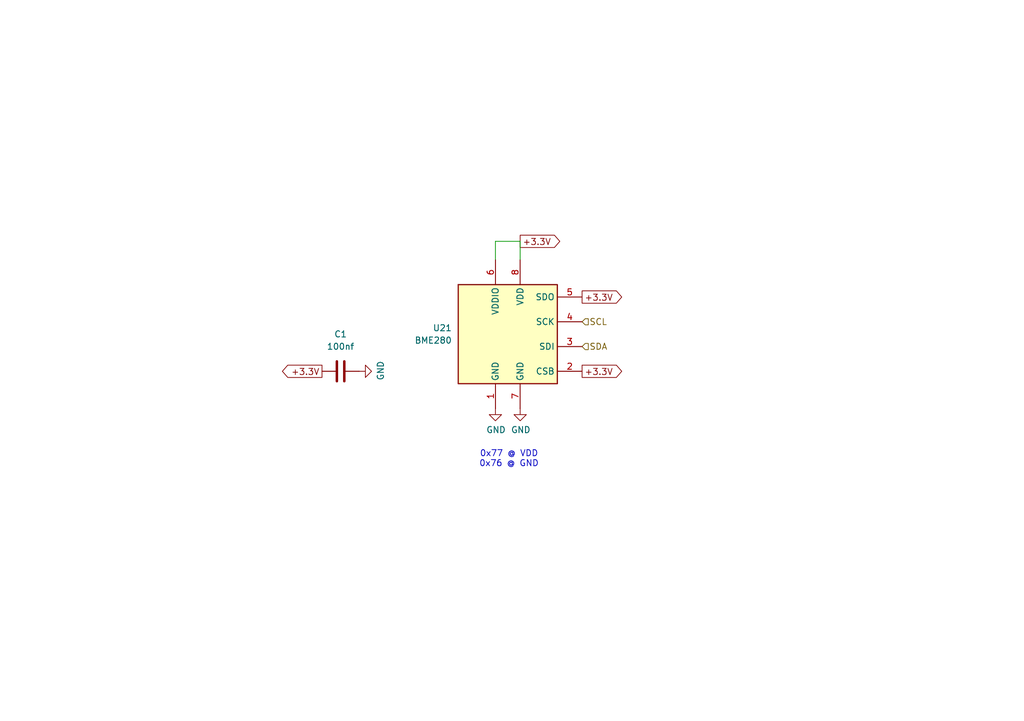
<source format=kicad_sch>
(kicad_sch (version 20250114) (generator "eeschema") (generator_version "9.0")
  (paper "A5")
  (lib_symbols
    (symbol "Device:C" (pin_numbers (hide yes)) (pin_names (offset 0.254))
      (property "Reference" "C" (at 0.635 2.54 0))
      (property "Value" "C" (at 0.635 -2.54 0))
      (symbol "C_0_1"
        (polyline (pts (xy -2.032 0.762) (xy 2.032 0.762)) (stroke (width 0.508)))
        (polyline (pts (xy -2.032 -0.762) (xy 2.032 -0.762)) (stroke (width 0.508)))
      )
      (symbol "C_1_1"
        (pin passive line (at 0 3.81 270) (length 2.794) (name "~") (number "1"))
        (pin passive line (at 0 -3.81 90) (length 2.794) (name "~") (number "2"))
      )
    )
    (symbol "Sensor:BME280"
      (property "Reference" "U" (at -8.89 11.43 0))
      (property "Value" "BME280" (at 7.62 11.43 0))
      (symbol "BME280_0_1"
        (rectangle (start -10.16 10.16) (end 10.16 -10.16) (stroke (width 0.254)) (fill (type background)))
      )
      (symbol "BME280_1_1"
        (pin power_in line (at -2.54 15.24 270) (length 5.08) (name "VDDIO") (number "6"))
        (pin power_in line (at -2.54 -15.24 90) (length 5.08) (name "GND") (number "1"))
        (pin power_in line (at 2.54 15.24 270) (length 5.08) (name "VDD") (number "8"))
        (pin power_in line (at 2.54 -15.24 90) (length 5.08) (name "GND") (number "7"))
        (pin bidirectional line (at 15.24 7.62 180) (length 5.08) (name "SDO") (number "5"))
        (pin input line (at 15.24 2.54 180) (length 5.08) (name "SCK") (number "4"))
        (pin bidirectional line (at 15.24 -2.54 180) (length 5.08) (name "SDI") (number "3"))
        (pin input line (at 15.24 -7.62 180) (length 5.08) (name "CSB") (number "2"))
      )
    )
    (symbol "power:GND" (power) (pin_numbers (hide yes)) (pin_names (offset 0) (hide yes))
      (property "Value" "GND" (at 0 -3.81 0))
      (symbol "GND_0_1"
        (polyline (pts (xy 0 0) (xy 0 -1.27) (xy 1.27 -1.27) (xy 0 -2.54) (xy -1.27 -1.27) (xy 0 -1.27)))
      )
      (symbol "GND_1_1"
        (pin power_in line (at 0 0 270) (length 0) (name "~") (number "1"))
      )
    )
  )
  (text "0x77 @ VDD\n0x76 @ GND\n" (at 104.394 94.234 0) (effects (font (size 1.27 1.27))))
  (wire (pts (xy 106.68 49.53) (xy 101.6 49.53)))
  (wire (pts (xy 101.6 49.53) (xy 101.6 53.34)))
  (wire (pts (xy 106.68 53.34) (xy 106.68 49.53)))
  (global_label "+3.3V" (shape output) (at 119.38 60.96 0) (property "Intersheetrefs" "${INTERSHEET_REFS}" (effects (hide yes))))
  (global_label "+3.3V" (shape output) (at 119.38 76.2 0) (property "Intersheetrefs" "${INTERSHEET_REFS}" (effects (hide yes))))
  (global_label "+3.3V" (shape output) (at 106.68 49.53 0) (property "Intersheetrefs" "${INTERSHEET_REFS}" (effects (hide yes))))
  (global_label "+3.3V" (shape output) (at 66.04 76.2 180) (property "Intersheetrefs" "${INTERSHEET_REFS}" (effects (hide yes))))
  (hierarchical_label "SDA" (shape input) (at 119.38 71.12 0))
  (hierarchical_label "SCL" (shape input) (at 119.38 66.04 0))
  (symbol (lib_id "Device:C") (at 69.85 76.2 90) (unit 1)
    (property "Reference" "C1" (at 69.85 68.58 90))
    (property "Value" "100nf" (at 69.85 71.12 90))
    (property "Footprint" "Capacitor_SMD:C_0805_2012Metric" (effects (hide yes)))
    (property "Description" "Unpolarized capacitor" (effects (hide yes)))
  )
  (symbol (lib_id "power:GND") (at 73.66 76.2 90) (unit 1)
    (property "Reference" "#PWR05" (effects (hide yes)))
    (property "Value" "GND" (at 78.0542 76.073 0))
    (property "Description" "Power symbol creates a global label with name \"GND\" , ground" (effects (hide yes)))
  )
  (symbol (lib_id "power:GND") (at 106.68 83.82 0) (unit 1)
    (property "Reference" "#PWR0140" (effects (hide yes)))
    (property "Value" "GND" (at 106.807 88.2142 0))
    (property "Description" "Power symbol creates a global label with name \"GND\" , ground" (effects (hide yes)))
  )
  (symbol (lib_id "power:GND") (at 101.6 83.82 0) (unit 1)
    (property "Reference" "#PWR0139" (effects (hide yes)))
    (property "Value" "GND" (at 101.727 88.2142 0))
    (property "Description" "Power symbol creates a global label with name \"GND\" , ground" (effects (hide yes)))
  )
  (symbol (lib_id "Sensor:BME280") (at 104.14 68.58 0) (unit 1)
    (property "Reference" "U21" (at 92.71 67.3099 0) (effects (justify right)))
    (property "Value" "BME280" (at 92.71 69.8499 0) (effects (justify right)))
    (property "Footprint" "Package_LGA:Bosch_LGA-8_2.5x2.5mm_P0.65mm_ClockwisePinNumbering" (effects (hide yes)))
    (property "Datasheet" "https://www.bosch-sensortec.com/media/boschsensortec/downloads/datasheets/bst-bme280-ds002.pdf" (effects (hide yes)))
    (property "Description" "3-in-1 sensor, humidity, pressure, temperature, I2C and SPI interface, 1.71-3.6V, LGA-8" (effects (hide yes)))
  )
)
</source>
